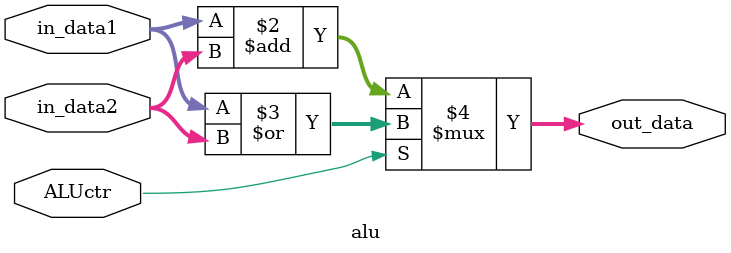
<source format=v>
`timescale 1ns/1ns
module alu(in_data1,in_data2,ALUctr,out_data);
input [31:0] in_data1;
input [31:0] in_data2;
input ALUctr;
output [31:0] out_data;

assign out_data=(ALUctr=='b0)?(in_data1+in_data2):(in_data1|in_data2);

endmodule
</source>
